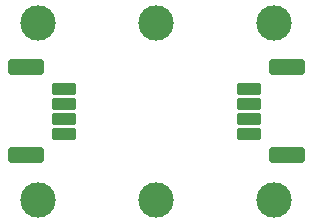
<source format=gbr>
%TF.GenerationSoftware,KiCad,Pcbnew,7.0.10-7.0.10~ubuntu23.04.1*%
%TF.CreationDate,2024-02-23T00:51:23+00:00*%
%TF.ProjectId,TFI2CEXT01,54464932-4345-4585-9430-312e6b696361,REV*%
%TF.SameCoordinates,PX78dfd90PY8290510*%
%TF.FileFunction,Soldermask,Top*%
%TF.FilePolarity,Negative*%
%FSLAX46Y46*%
G04 Gerber Fmt 4.6, Leading zero omitted, Abs format (unit mm)*
G04 Created by KiCad (PCBNEW 7.0.10-7.0.10~ubuntu23.04.1) date 2024-02-23 00:51:23*
%MOMM*%
%LPD*%
G01*
G04 APERTURE LIST*
G04 Aperture macros list*
%AMRoundRect*
0 Rectangle with rounded corners*
0 $1 Rounding radius*
0 $2 $3 $4 $5 $6 $7 $8 $9 X,Y pos of 4 corners*
0 Add a 4 corners polygon primitive as box body*
4,1,4,$2,$3,$4,$5,$6,$7,$8,$9,$2,$3,0*
0 Add four circle primitives for the rounded corners*
1,1,$1+$1,$2,$3*
1,1,$1+$1,$4,$5*
1,1,$1+$1,$6,$7*
1,1,$1+$1,$8,$9*
0 Add four rect primitives between the rounded corners*
20,1,$1+$1,$2,$3,$4,$5,0*
20,1,$1+$1,$4,$5,$6,$7,0*
20,1,$1+$1,$6,$7,$8,$9,0*
20,1,$1+$1,$8,$9,$2,$3,0*%
G04 Aperture macros list end*
%ADD10C,3.000000*%
%ADD11RoundRect,0.250000X-0.800000X0.250000X-0.800000X-0.250000X0.800000X-0.250000X0.800000X0.250000X0*%
%ADD12RoundRect,0.350000X-1.200000X0.350000X-1.200000X-0.350000X1.200000X-0.350000X1.200000X0.350000X0*%
%ADD13RoundRect,0.250000X0.800000X-0.250000X0.800000X0.250000X-0.800000X0.250000X-0.800000X-0.250000X0*%
%ADD14RoundRect,0.350000X1.200000X-0.350000X1.200000X0.350000X-1.200000X0.350000X-1.200000X-0.350000X0*%
G04 APERTURE END LIST*
D10*
%TO.C,M3*%
X-124246000Y136906000D03*
%TD*%
%TO.C,M4*%
X-124246000Y151906000D03*
%TD*%
%TO.C,M5*%
X-104246000Y151906000D03*
%TD*%
%TO.C,M2*%
X-114246000Y151906000D03*
%TD*%
%TO.C,M6*%
X-104246000Y136906000D03*
%TD*%
%TO.C,M1*%
X-114246000Y136906000D03*
%TD*%
D11*
%TO.C,J2*%
X-122096000Y146281000D03*
X-122096000Y145031000D03*
X-122096000Y143781000D03*
X-122096000Y142531000D03*
D12*
X-125296000Y148131000D03*
X-125296000Y140681000D03*
%TD*%
D13*
%TO.C,J4*%
X-106396000Y142531000D03*
X-106396000Y143781000D03*
X-106396000Y145031000D03*
X-106396000Y146281000D03*
D14*
X-103196000Y140681000D03*
X-103196000Y148131000D03*
%TD*%
M02*

</source>
